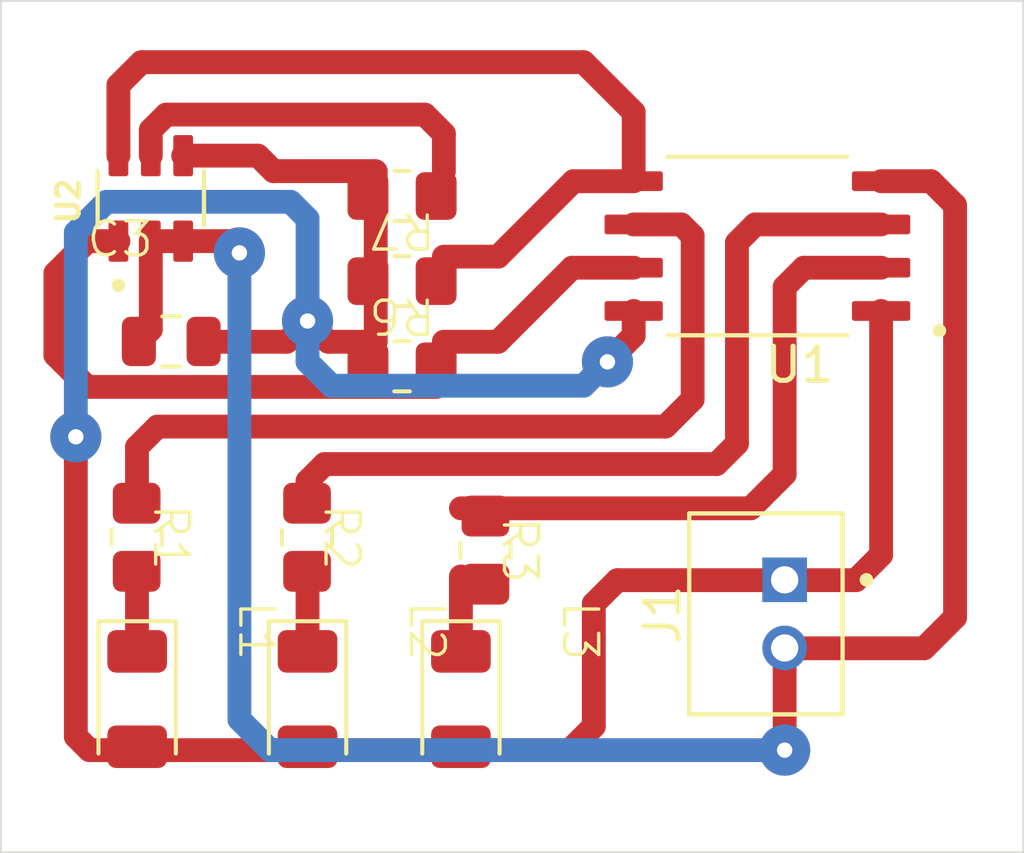
<source format=kicad_pcb>
(kicad_pcb (version 20240108) (generator "pcbnew") (generator_version "8.0")
  (layers (0 "F.Cu" signal) (31 "B.Cu" signal) (34 "B.Paste" user) (35 "F.Paste" user) (36 "B.SilkS" user "B.Silkscreen") (37 "F.SilkS" user "F.Silkscreen") (38 "B.Mask" user) (39 "F.Mask" user) (44 "Edge.Cuts" user))
  (net 0 "")
  (net 1 "VCC")
  (net 2 "GND")
  (net 3 "Net-(L1-K)")
  (net 4 "Net-(L2-K)")
  (net 5 "Net-(L3-K)")
  (net 6 "/L1")
  (net 7 "/L2")
  (net 8 "/L3")
  (net 9 "/PB2(SCK)")
  (net 10 "/PB0(MOSI)")
  (net 11 "/INT")
  (footprint "PVA_board:SOIC-8" (layer "F.Cu") (at 122.2 107.2 180)
    (property "Reference" "U1" (at -1.235 -3.487 0) (layer "F.SilkS"))
    (property "Value" "SOIC-8")
    (fp_line (start -2.645 2.62) (end 2.645 2.62) (stroke (width 0.127)) (layer "F.SilkS"))
    (fp_line (start -2.645 -2.62) (end 2.645 -2.62) (stroke (width 0.127)) (layer "F.SilkS"))
    (fp_circle (center -5.34 -2.485) (end -5.24 -2.485) (stroke (width 0.2)) (fill none) (layer "F.SilkS"))
    (pad "1" smd roundrect (at -3.63 -1.905 180) (size 1.71 0.58) (layers "F.Cu" "F.Paste" "F.Mask") (roundrect_rratio 0.125) (net 1 "VCC"))
    (pad "2" smd roundrect (at -3.63 -0.635 180) (size 1.71 0.58) (layers "F.Cu" "F.Paste" "F.Mask") (roundrect_rratio 0.125) (net 8 "/L3"))
    (pad "3" smd roundrect (at -3.63 0.635 180) (size 1.71 0.58) (layers "F.Cu" "F.Paste" "F.Mask") (roundrect_rratio 0.125) (net 7 "/L2"))
    (pad "4" smd roundrect (at -3.63 1.905 180) (size 1.71 0.58) (layers "F.Cu" "F.Paste" "F.Mask") (roundrect_rratio 0.125) (net 2 "GND"))
    (pad "5" smd roundrect (at 3.63 1.905 180) (size 1.71 0.58) (layers "F.Cu" "F.Paste" "F.Mask") (roundrect_rratio 0.125) (net 10 "/PB0(MOSI)"))
    (pad "6" smd roundrect (at 3.63 0.635 180) (size 1.71 0.58) (layers "F.Cu" "F.Paste" "F.Mask") (roundrect_rratio 0.125) (net 6 "/L1"))
    (pad "7" smd roundrect (at 3.63 -0.635 180) (size 1.71 0.58) (layers "F.Cu" "F.Paste" "F.Mask") (roundrect_rratio 0.125) (net 9 "/PB2(SCK)"))
    (pad "8" smd roundrect (at 3.63 -1.905 180) (size 1.71 0.58) (layers "F.Cu" "F.Paste" "F.Mask") (roundrect_rratio 0.125) (net 1 "VCC"))
  )
  (footprint "PVA_board:SOT-23-6" (layer "F.Cu") (at 104.4 105.8 90)
    (property "Reference" "U2" (at -0.078 -2.4189 90) (layer "F.SilkS") (effects (font (size 0.64 0.64))))
    (property "Value" "SOT-23-6")
    (fp_line (start 0.8 -1.56) (end -0.8 -1.56) (stroke (width 0.127)) (layer "F.SilkS"))
    (fp_line (start 0.8 1.56) (end -0.8 1.56) (stroke (width 0.127)) (layer "F.SilkS"))
    (fp_circle (center -2.555 -0.95) (end -2.455 -0.95) (stroke (width 0.2)) (fill none) (layer "F.SilkS"))
    (pad "1" smd roundrect (at -1.255 -0.95 90) (size 1.21 0.58) (layers "F.Cu" "F.Paste" "F.Mask") (roundrect_rratio 0.125) (net 9 "/PB2(SCK)"))
    (pad "2" smd roundrect (at -1.255 0 90) (size 1.21 0.58) (layers "F.Cu" "F.Paste" "F.Mask") (roundrect_rratio 0.125) (net 2 "GND"))
    (pad "3" smd roundrect (at -1.255 0.95 90) (size 1.21 0.58) (layers "F.Cu" "F.Paste" "F.Mask") (roundrect_rratio 0.125) (net 2 "GND"))
    (pad "4" smd roundrect (at 1.255 0.95 90) (size 1.21 0.58) (layers "F.Cu" "F.Paste" "F.Mask") (roundrect_rratio 0.125) (net 1 "VCC"))
    (pad "5" smd roundrect (at 1.255 0 90) (size 1.21 0.58) (layers "F.Cu" "F.Paste" "F.Mask") (roundrect_rratio 0.125) (net 11 "/INT"))
    (pad "6" smd roundrect (at 1.255 -0.95 90) (size 1.21 0.58) (layers "F.Cu" "F.Paste" "F.Mask") (roundrect_rratio 0.125) (net 10 "/PB0(MOSI)"))
  )
  (footprint "PVA_board:LED-1206" (layer "F.Cu") (at 113.5 120.5 -90)
    (property "Reference" "L3" (at -2 -3.5 -90) (layer "F.SilkS") (effects (font (thickness 0.1))))
    (property "Value" "~")
    (fp_line (start -2.285 1.135) (end 1.6 1.135) (stroke (width 0.12)) (layer "F.SilkS"))
    (fp_line (start -2.285 -1.135) (end -2.285 1.135) (stroke (width 0.12)) (layer "F.SilkS"))
    (fp_line (start 1.6 -1.135) (end -2.285 -1.135) (stroke (width 0.12)) (layer "F.SilkS"))
    (pad "1" smd roundrect (at -1.4 0 270) (size 1.25 1.75) (layers "F.Cu" "F.Paste" "F.Mask") (roundrect_rratio 0.2) (net 5 "Net-(L3-K)"))
    (pad "2" smd roundrect (at 1.4 0 270) (size 1.25 1.75) (layers "F.Cu" "F.Paste" "F.Mask") (roundrect_rratio 0.2) (net 1 "VCC"))
  )
  (footprint "PVA_board:R-0805" (layer "F.Cu") (at 111.772936 108.245 180)
    (property "Reference" "R6" (at 0 -1 180) (layer "F.SilkS") (effects (font (thickness 0.1))))
    (property "Value" "4.7K")
    (fp_line (start -0.227064 0.75) (end 0.227064 0.75) (stroke (width 0.12)) (layer "F.SilkS"))
    (fp_line (start -0.227064 -0.72) (end 0.227064 -0.72) (stroke (width 0.12)) (layer "F.SilkS"))
    (pad "1" smd roundrect (at -1 0.015 180) (size 1.2 1.4) (layers "F.Cu" "F.Paste" "F.Mask") (roundrect_rratio 0.208333) (net 10 "/PB0(MOSI)"))
    (pad "2" smd roundrect (at 1 0.015 180) (size 1.2 1.4) (layers "F.Cu" "F.Paste" "F.Mask") (roundrect_rratio 0.208333) (net 1 "VCC"))
  )
  (footprint "PVA_board:JST_B2B-PH" (layer "F.Cu") (at 123 118 90)
    (property "Reference" "J1" (at -0.025 -3.585 90) (layer "F.SilkS"))
    (property "Value" "B2B-PH")
    (fp_line (start 2.95 -2.8) (end 2.95 1.7) (stroke (width 0.127)) (layer "F.SilkS"))
    (fp_line (start -2.95 -2.8) (end 2.95 -2.8) (stroke (width 0.127)) (layer "F.SilkS"))
    (fp_line (start 2.95 1.7) (end -2.95 1.7) (stroke (width 0.127)) (layer "F.SilkS"))
    (fp_line (start -2.95 1.7) (end -2.95 -2.8) (stroke (width 0.127)) (layer "F.SilkS"))
    (fp_circle (center 1 2.4) (end 1.1 2.4) (stroke (width 0.2)) (fill none) (layer "F.SilkS"))
    (pad "1" thru_hole rect (at 1 0 90) (size 1.308 1.308) (drill 0.8) (layers "*.Cu" "*.Mask") (net 1 "VCC"))
    (pad "2" thru_hole circle (at -1 0 90) (size 1.308 1.308) (drill 0.8) (layers "*.Cu" "*.Mask") (net 2 "GND"))
  )
  (footprint "PVA_board:C-0805" (layer "F.Cu") (at 105 110)
    (property "Reference" "C3" (at -1.5 -3 0) (layer "F.SilkS") (effects (font (thickness 0.1))))
    (property "Value" "0.1u" (hide yes))
    (fp_line (start -0.261252 -0.735) (end 0.261252 -0.735) (stroke (width 0.12)) (layer "F.SilkS"))
    (fp_line (start -0.261252 0.735) (end 0.261252 0.735) (stroke (width 0.12)) (layer "F.SilkS"))
    (pad "1" smd roundrect (at -0.95 0) (size 1 1.45) (layers "F.Cu" "F.Paste" "F.Mask") (net 2 "GND"))
    (pad "2" smd roundrect (at 0.95 0) (size 1 1.45) (layers "F.Cu" "F.Paste" "F.Mask") (net 1 "VCC"))
  )
  (footprint "PVA_board:LED-1206" (layer "F.Cu") (at 104 120.5 -90)
    (property "Reference" "L1" (at -2 -3.5 -90) (layer "F.SilkS") (effects (font (thickness 0.1))))
    (property "Value" "~")
    (fp_line (start -2.285 1.135) (end 1.6 1.135) (stroke (width 0.12)) (layer "F.SilkS"))
    (fp_line (start -2.285 -1.135) (end -2.285 1.135) (stroke (width 0.12)) (layer "F.SilkS"))
    (fp_line (start 1.6 -1.135) (end -2.285 -1.135) (stroke (width 0.12)) (layer "F.SilkS"))
    (pad "1" smd roundrect (at -1.4 0 270) (size 1.25 1.75) (layers "F.Cu" "F.Paste" "F.Mask") (roundrect_rratio 0.2) (net 3 "Net-(L1-K)"))
    (pad "2" smd roundrect (at 1.4 0 270) (size 1.25 1.75) (layers "F.Cu" "F.Paste" "F.Mask") (roundrect_rratio 0.2) (net 1 "VCC"))
  )
  (footprint "PVA_board:R-0805" (layer "F.Cu") (at 111.772936 105.745 180)
    (property "Reference" "R7" (at 0 -1 180) (layer "F.SilkS") (effects (font (thickness 0.1))))
    (property "Value" "10K")
    (fp_line (start -0.227064 0.75) (end 0.227064 0.75) (stroke (width 0.12)) (layer "F.SilkS"))
    (fp_line (start -0.227064 -0.72) (end 0.227064 -0.72) (stroke (width 0.12)) (layer "F.SilkS"))
    (pad "1" smd roundrect (at -1 0.015 180) (size 1.2 1.4) (layers "F.Cu" "F.Paste" "F.Mask") (roundrect_rratio 0.208333) (net 11 "/INT"))
    (pad "2" smd roundrect (at 1 0.015 180) (size 1.2 1.4) (layers "F.Cu" "F.Paste" "F.Mask") (roundrect_rratio 0.208333) (net 1 "VCC"))
  )
  (footprint "PVA_board:R-0805" (layer "F.Cu") (at 104 115.75 -90)
    (property "Reference" "R1" (at 0 -1 -90) (layer "F.SilkS") (effects (font (thickness 0.1))))
    (property "Value" "~" (hide yes))
    (fp_line (start -0.227064 0.75) (end 0.227064 0.75) (stroke (width 0.12)) (layer "F.SilkS"))
    (fp_line (start -0.227064 -0.72) (end 0.227064 -0.72) (stroke (width 0.12)) (layer "F.SilkS"))
    (pad "1" smd roundrect (at -1 0.015 270) (size 1.2 1.4) (layers "F.Cu" "F.Paste" "F.Mask") (roundrect_rratio 0.208333) (net 6 "/L1"))
    (pad "2" smd roundrect (at 1 0.015 270) (size 1.2 1.4) (layers "F.Cu" "F.Paste" "F.Mask") (roundrect_rratio 0.208333) (net 3 "Net-(L1-K)"))
  )
  (footprint "PVA_board:R-0805" (layer "F.Cu") (at 109 115.75 -90)
    (property "Reference" "R2" (at 0 -1 -90) (layer "F.SilkS") (effects (font (thickness 0.1))))
    (property "Value" "~")
    (fp_line (start -0.227064 0.75) (end 0.227064 0.75) (stroke (width 0.12)) (layer "F.SilkS"))
    (fp_line (start -0.227064 -0.72) (end 0.227064 -0.72) (stroke (width 0.12)) (layer "F.SilkS"))
    (pad "1" smd roundrect (at -1 0.015 270) (size 1.2 1.4) (layers "F.Cu" "F.Paste" "F.Mask") (roundrect_rratio 0.208333) (net 7 "/L2"))
    (pad "2" smd roundrect (at 1 0.015 270) (size 1.2 1.4) (layers "F.Cu" "F.Paste" "F.Mask") (roundrect_rratio 0.208333) (net 4 "Net-(L2-K)"))
  )
  (footprint "PVA_board:LED-1206" (layer "F.Cu") (at 109 120.5 -90)
    (property "Reference" "L2" (at -2 -3.5 -90) (layer "F.SilkS") (effects (font (thickness 0.1))))
    (property "Value" "~")
    (fp_line (start -2.285 1.135) (end 1.6 1.135) (stroke (width 0.12)) (layer "F.SilkS"))
    (fp_line (start -2.285 -1.135) (end -2.285 1.135) (stroke (width 0.12)) (layer "F.SilkS"))
    (fp_line (start 1.6 -1.135) (end -2.285 -1.135) (stroke (width 0.12)) (layer "F.SilkS"))
    (pad "1" smd roundrect (at -1.4 0 270) (size 1.25 1.75) (layers "F.Cu" "F.Paste" "F.Mask") (roundrect_rratio 0.2) (net 4 "Net-(L2-K)"))
    (pad "2" smd roundrect (at 1.4 0 270) (size 1.25 1.75) (layers "F.Cu" "F.Paste" "F.Mask") (roundrect_rratio 0.2) (net 1 "VCC"))
  )
  (footprint "PVA_board:R-0805" (layer "F.Cu") (at 114.235 116.127064 -90)
    (property "Reference" "R3" (at 0 -1 -90) (layer "F.SilkS") (effects (font (thickness 0.1))))
    (property "Value" "~")
    (fp_line (start -0.227064 0.75) (end 0.227064 0.75) (stroke (width 0.12)) (layer "F.SilkS"))
    (fp_line (start -0.227064 -0.72) (end 0.227064 -0.72) (stroke (width 0.12)) (layer "F.SilkS"))
    (pad "1" smd roundrect (at -1 0.015 270) (size 1.2 1.4) (layers "F.Cu" "F.Paste" "F.Mask") (roundrect_rratio 0.208333) (net 8 "/L3"))
    (pad "2" smd roundrect (at 1 0.015 270) (size 1.2 1.4) (layers "F.Cu" "F.Paste" "F.Mask") (roundrect_rratio 0.208333) (net 5 "Net-(L3-K)"))
  )
  (footprint "PVA_board:R-0805" (layer "F.Cu") (at 111.772936 110.745 180)
    (property "Reference" "R5" (hide yes))
    (property "Value" "4.7K")
    (fp_line (start -0.227064 0.75) (end 0.227064 0.75) (stroke (width 0.12)) (layer "F.SilkS"))
    (fp_line (start -0.227064 -0.72) (end 0.227064 -0.72) (stroke (width 0.12)) (layer "F.SilkS"))
    (pad "1" smd roundrect (at -1 0.015 180) (size 1.2 1.4) (layers "F.Cu" "F.Paste" "F.Mask") (roundrect_rratio 0.208333) (net 9 "/PB2(SCK)"))
    (pad "2" smd roundrect (at 1 0.015 180) (size 1.2 1.4) (layers "F.Cu" "F.Paste" "F.Mask") (roundrect_rratio 0.208333) (net 1 "VCC"))
  )
  (gr_rect (start 100 100) (end 130 125) (stroke (width 0.05)) (fill none) (layer "Edge.Cuts"))
  (segment (start 102.2 121.6) (end 102.2 112.8) (width 0.7) (layer "F.Cu") (net 1))
  (segment (start 107.545 104.545) (end 108 105) (width 0.7) (layer "F.Cu") (net 1))
  (segment (start 113.5 122) (end 116.7 122) (width 0.7) (layer "F.Cu") (net 1))
  (segment (start 125.09 117.01) (end 123 117.01) (width 0.7) (layer "F.Cu") (net 1))
  (segment (start 109.61 110.01) (end 111 110.01) (width 0.7) (layer "F.Cu") (net 1))
  (segment (start 104 122) (end 102.6 122) (width 0.7) (layer "F.Cu") (net 1))
  (segment (start 108 105) (end 110.99 105) (width 0.7) (layer "F.Cu") (net 1))
  (segment (start 109 109.4) (end 108.39 110.01) (width 0.7) (layer "F.Cu") (net 1))
  (segment (start 109 122) (end 113.5 122) (width 0.7) (layer "F.Cu") (net 1))
  (segment (start 102.6 122) (end 102.2 121.6) (width 0.7) (layer "F.Cu") (net 1))
  (segment (start 118.09 117.01) (end 123 117.01) (width 0.7) (layer "F.Cu") (net 1))
  (segment (start 117.4 121.3) (end 117.4 117.7) (width 0.7) (layer "F.Cu") (net 1))
  (segment (start 105.35 104.545) (end 107.545 104.545) (width 0.7) (layer "F.Cu") (net 1))
  (segment (start 104 122) (end 109 122) (width 0.7) (layer "F.Cu") (net 1))
  (segment (start 117.4 117.7) (end 118.09 117.01) (width 0.7) (layer "F.Cu") (net 1))
  (segment (start 108.39 110.01) (end 106.2 110.01) (width 0.7) (layer "F.Cu") (net 1))
  (segment (start 111 107.51) (end 111 110.01) (width 0.7) (layer "F.Cu") (net 1))
  (segment (start 118.57 109.83) (end 118.57 109.105) (width 0.7) (layer "F.Cu") (net 1))
  (segment (start 116.7 122) (end 117.4 121.3) (width 0.7) (layer "F.Cu") (net 1))
  (segment (start 110.99 105) (end 111 105.01) (width 0.7) (layer "F.Cu") (net 1))
  (segment (start 125.83 116.27) (end 125.09 117.01) (width 0.7) (layer "F.Cu") (net 1))
  (segment (start 109 109.4) (end 109.61 110.01) (width 0.7) (layer "F.Cu") (net 1))
  (segment (start 125.83 109.105) (end 125.83 116.27) (width 0.7) (layer "F.Cu") (net 1))
  (segment (start 117.8 110.6) (end 118.57 109.83) (width 0.7) (layer "F.Cu") (net 1))
  (segment (start 111 105.01) (end 111 107.51) (width 0.7) (layer "F.Cu") (net 1))
  (via (at 117.8 110.6) (size 1.5) (drill 0.45) (layers "F.Cu" "B.Cu") (net 1))
  (via (at 109 109.4) (size 1.5) (drill 0.45) (layers "F.Cu" "B.Cu") (net 1))
  (via (at 102.2 112.8) (size 1.5) (drill 0.45) (layers "F.Cu" "B.Cu") (net 1))
  (segment (start 109 110.6) (end 109 109.4) (width 0.7) (layer "B.Cu") (net 1))
  (segment (start 117.1 111.3) (end 109.7 111.3) (width 0.7) (layer "B.Cu") (net 1))
  (segment (start 109.7 111.3) (end 109 110.6) (width 0.7) (layer "B.Cu") (net 1))
  (segment (start 103.1 105.9) (end 102.2 106.8) (width 0.7) (layer "B.Cu") (net 1))
  (segment (start 109 106.4) (end 108.5 105.9) (width 0.7) (layer "B.Cu") (net 1))
  (segment (start 117.8 110.6) (end 117.1 111.3) (width 0.7) (layer "B.Cu") (net 1))
  (segment (start 109 109.4) (end 109 106.4) (width 0.7) (layer "B.Cu") (net 1))
  (segment (start 108.5 105.9) (end 103.1 105.9) (width 0.7) (layer "B.Cu") (net 1))
  (segment (start 102.2 106.8) (end 102.2 112.8) (width 0.7) (layer "B.Cu") (net 1))
  (segment (start 106.655 107.055) (end 105.35 107.055) (width 0.7) (layer "F.Cu") (net 2))
  (segment (start 107 107.4) (end 106.655 107.055) (width 0.7) (layer "F.Cu") (net 2))
  (segment (start 104.4 107.055) (end 105.35 107.055) (width 0.7) (layer "F.Cu") (net 2))
  (segment (start 123 119.01) (end 123 122) (width 0.7) (layer "F.Cu") (net 2))
  (segment (start 128 106) (end 128 118.1) (width 0.7) (layer "F.Cu") (net 2))
  (segment (start 127.295 105.295) (end 128 106) (width 0.7) (layer "F.Cu") (net 2))
  (segment (start 127.09 119.01) (end 123 119.01) (width 0.7) (layer "F.Cu") (net 2))
  (segment (start 125.83 105.295) (end 127.295 105.295) (width 0.7) (layer "F.Cu") (net 2))
  (segment (start 128 118.1) (end 127.09 119.01) (width 0.7) (layer "F.Cu") (net 2))
  (segment (start 104.4 107.055) (end 104.4 109.65) (width 0.7) (layer "F.Cu") (net 2))
  (segment (start 104.4 109.65) (end 104.05 110) (width 0.7) (layer "F.Cu") (net 2))
  (via (at 123 122) (size 1.5) (drill 0.45) (layers "F.Cu" "B.Cu") (net 2))
  (via (at 107 107.4) (size 1.5) (drill 0.45) (layers "F.Cu" "B.Cu") (net 2))
  (segment (start 107.9 122) (end 123 122) (width 0.7) (layer "B.Cu") (net 2))
  (segment (start 107 107.4) (end 107 121.1) (width 0.7) (layer "B.Cu") (net 2))
  (segment (start 107 121.1) (end 107.9 122) (width 0.7) (layer "B.Cu") (net 2))
  (segment (start 103.995 116.9) (end 103.995 119.195) (width 0.7) (layer "F.Cu") (net 3))
  (segment (start 109 116.9) (end 109 119.2) (width 0.7) (layer "F.Cu") (net 4))
  (segment (start 113.5 116.9) (end 113.5 119.2) (width 0.7) (layer "F.Cu") (net 5))
  (segment (start 120.3 111.7) (end 120.3 106.9) (width 0.7) (layer "F.Cu") (net 6))
  (segment (start 120.3 106.9) (end 119.965 106.565) (width 0.7) (layer "F.Cu") (net 6))
  (segment (start 104.5975 112.5) (end 119.5 112.5) (width 0.7) (layer "F.Cu") (net 6))
  (segment (start 119.965 106.565) (end 118.57 106.565) (width 0.7) (layer "F.Cu") (net 6))
  (segment (start 103.995 114.5) (end 103.995 113.1025) (width 0.7) (layer "F.Cu") (net 6))
  (segment (start 119.5 112.5) (end 120.3 111.7) (width 0.7) (layer "F.Cu") (net 6))
  (segment (start 103.995 113.1025) (end 104.5975 112.5) (width 0.7) (layer "F.Cu") (net 6))
  (segment (start 121.6 107.1) (end 122.135 106.565) (width 0.7) (layer "F.Cu") (net 7))
  (segment (start 109.5 113.6) (end 121 113.6) (width 0.7) (layer "F.Cu") (net 7))
  (segment (start 121 113.6) (end 121.6 113) (width 0.7) (layer "F.Cu") (net 7))
  (segment (start 109 114.1) (end 109.5 113.6) (width 0.7) (layer "F.Cu") (net 7))
  (segment (start 109 114.9) (end 109 114.1) (width 0.7) (layer "F.Cu") (net 7))
  (segment (start 121.6 113) (end 121.6 107.1) (width 0.7) (layer "F.Cu") (net 7))
  (segment (start 122.135 106.565) (end 125.83 106.565) (width 0.7) (layer "F.Cu") (net 7))
  (segment (start 123 113.9) (end 123 108.4) (width 0.7) (layer "F.Cu") (net 8))
  (segment (start 113.5 114.9) (end 122 114.9) (width 0.7) (layer "F.Cu") (net 8))
  (segment (start 123 108.4) (end 123.565 107.835) (width 0.7) (layer "F.Cu") (net 8))
  (segment (start 122 114.9) (end 123 113.9) (width 0.7) (layer "F.Cu") (net 8))
  (segment (start 123.565 107.835) (end 125.83 107.835) (width 0.7) (layer "F.Cu") (net 8))
  (segment (start 118.57 107.835) (end 116.765 107.835) (width 0.7) (layer "F.Cu") (net 9))
  (segment (start 101.6 110.4) (end 101.6 108) (width 0.7) (layer "F.Cu") (net 9))
  (segment (start 101.6 108) (end 102.545 107.055) (width 0.7) (layer "F.Cu") (net 9))
  (segment (start 113 110.01) (end 113 111.1) (width 0.7) (layer "F.Cu") (net 9))
  (segment (start 116.765 107.835) (end 114.59 110.01) (width 0.7) (layer "F.Cu") (net 9))
  (segment (start 102.545 107.055) (end 103.45 107.055) (width 0.7) (layer "F.Cu") (net 9))
  (segment (start 114.59 110.01) (end 113 110.01) (width 0.7) (layer "F.Cu") (net 9))
  (segment (start 102.535 111.335) (end 101.6 110.4) (width 0.7) (layer "F.Cu") (net 9))
  (segment (start 112.765 111.335) (end 102.535 111.335) (width 0.7) (layer "F.Cu") (net 9))
  (segment (start 113 111.1) (end 112.765 111.335) (width 0.7) (layer "F.Cu") (net 9))
  (segment (start 113 107.51) (end 114.59 107.51) (width 0.7) (layer "F.Cu") (net 10))
  (segment (start 116.805 105.295) (end 118.57 105.295) (width 0.7) (layer "F.Cu") (net 10))
  (segment (start 118.57 103.27) (end 118.57 105.295) (width 0.7) (layer "F.Cu") (net 10))
  (segment (start 117.1 101.8) (end 118.57 103.27) (width 0.7) (layer "F.Cu") (net 10))
  (segment (start 103.45 102.477208) (end 104.127208 101.8) (width 0.7) (layer "F.Cu") (net 10))
  (segment (start 114.59 107.51) (end 116.805 105.295) (width 0.7) (layer "F.Cu") (net 10))
  (segment (start 104.127208 101.8) (end 117.1 101.8) (width 0.7) (layer "F.Cu") (net 10))
  (segment (start 103.45 104.545) (end 103.45 102.477208) (width 0.7) (layer "F.Cu") (net 10))
  (segment (start 104.4 103.791934) (end 104.851934 103.34) (width 0.7) (layer "F.Cu") (net 11))
  (segment (start 104.851934 103.34) (end 112.44 103.34) (width 0.7) (layer "F.Cu") (net 11))
  (segment (start 112.44 103.34) (end 113 103.9) (width 0.7) (layer "F.Cu") (net 11))
  (segment (start 104.4 104.545) (end 104.4 103.791934) (width 0.7) (layer "F.Cu") (net 11))
  (segment (start 113 103.9) (end 113 105.01) (width 0.7) (layer "F.Cu") (net 11))
)
</source>
